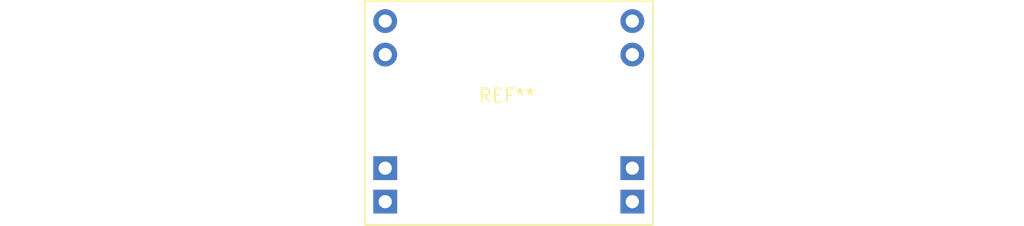
<source format=kicad_pcb>
(kicad_pcb (version 20211014) (generator pcbnew)
  (layers (0 "F.Cu" signal) (31 "B.Cu" signal) (34 "B.Paste" user) (35 "F.Paste" user) (36 "B.SilkS" user "B.Silkscreen") (37 "F.SilkS" user "F.Silkscreen") (38 "B.Mask" user) (39 "F.Mask" user) (44 "Edge.Cuts" user))
  (net 0 "")
  (footprint "Library:eBoot Mini MP1584EN DC-DC Buck Converter Adjustable Power Supply Module 24V to 12V 9V 5V 3V" (layer "F.Cu") (at 180.34 76.2)
    (fp_text reference "REF**" (at -0.4 -1.3 unlocked) (layer "F.SilkS"))
    (fp_text value "eBoot Mini MP1584EN DC-DC Buck Converter Adjustable Power Supply Module 24V to 12V 9V 5V 3V")
    (fp_rect (start 10.654 8.509) (end -11.146 -8.491) (layer "F.SilkS") (width 0.12) (fill none))
    (pad "1" thru_hole circle (at -9.6 -6.951 180) (size 1.8 1.8) (drill 1) (layers *.Cu *.Mask))
    (pad "2" thru_hole circle (at -9.6 -4.411 180) (size 1.8 1.8) (drill 1) (layers *.Cu *.Mask))
    (pad "3" thru_hole rect (at -9.6 4.2 180) (size 1.8 1.8) (drill 1) (layers *.Cu *.Mask))
    (pad "4" thru_hole rect (at -9.6 6.74 180) (size 1.8 1.8) (drill 1) (layers *.Cu *.Mask))
    (pad "5" thru_hole circle (at 9.094 -6.951 180) (size 1.8 1.8) (drill 1) (layers *.Cu *.Mask))
    (pad "6" thru_hole circle (at 9.094 -4.411 180) (size 1.8 1.8) (drill 1) (layers *.Cu *.Mask))
    (pad "7" thru_hole rect (at 9.094 4.2 180) (size 1.8 1.8) (drill 1) (layers *.Cu *.Mask))
    (pad "8" thru_hole rect (at 9.094 6.74 180) (size 1.8 1.8) (drill 1) (layers *.Cu *.Mask))
  )
)
</source>
